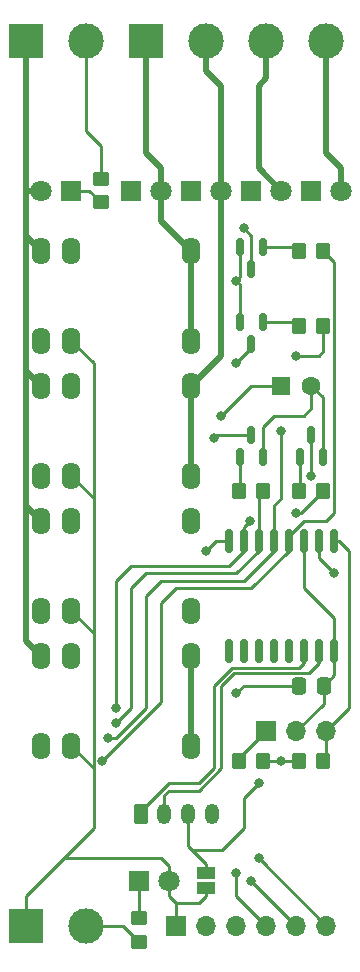
<source format=gbr>
%TF.GenerationSoftware,KiCad,Pcbnew,6.0.6*%
%TF.CreationDate,2022-09-30T13:38:31-04:00*%
%TF.ProjectId,hvac-r,68766163-2d72-42e6-9b69-6361645f7063,rev?*%
%TF.SameCoordinates,Original*%
%TF.FileFunction,Copper,L1,Top*%
%TF.FilePolarity,Positive*%
%FSLAX46Y46*%
G04 Gerber Fmt 4.6, Leading zero omitted, Abs format (unit mm)*
G04 Created by KiCad (PCBNEW 6.0.6) date 2022-09-30 13:38:31*
%MOMM*%
%LPD*%
G01*
G04 APERTURE LIST*
G04 Aperture macros list*
%AMRoundRect*
0 Rectangle with rounded corners*
0 $1 Rounding radius*
0 $2 $3 $4 $5 $6 $7 $8 $9 X,Y pos of 4 corners*
0 Add a 4 corners polygon primitive as box body*
4,1,4,$2,$3,$4,$5,$6,$7,$8,$9,$2,$3,0*
0 Add four circle primitives for the rounded corners*
1,1,$1+$1,$2,$3*
1,1,$1+$1,$4,$5*
1,1,$1+$1,$6,$7*
1,1,$1+$1,$8,$9*
0 Add four rect primitives between the rounded corners*
20,1,$1+$1,$2,$3,$4,$5,0*
20,1,$1+$1,$4,$5,$6,$7,0*
20,1,$1+$1,$6,$7,$8,$9,0*
20,1,$1+$1,$8,$9,$2,$3,0*%
G04 Aperture macros list end*
%TA.AperFunction,SMDPad,CuDef*%
%ADD10R,1.500000X1.000000*%
%TD*%
%TA.AperFunction,SMDPad,CuDef*%
%ADD11RoundRect,0.250000X-0.450000X0.350000X-0.450000X-0.350000X0.450000X-0.350000X0.450000X0.350000X0*%
%TD*%
%TA.AperFunction,ComponentPad*%
%ADD12R,1.800000X1.800000*%
%TD*%
%TA.AperFunction,ComponentPad*%
%ADD13C,1.800000*%
%TD*%
%TA.AperFunction,SMDPad,CuDef*%
%ADD14RoundRect,0.150000X-0.150000X0.875000X-0.150000X-0.875000X0.150000X-0.875000X0.150000X0.875000X0*%
%TD*%
%TA.AperFunction,SMDPad,CuDef*%
%ADD15RoundRect,0.250000X-0.350000X-0.450000X0.350000X-0.450000X0.350000X0.450000X-0.350000X0.450000X0*%
%TD*%
%TA.AperFunction,SMDPad,CuDef*%
%ADD16RoundRect,0.250000X0.350000X0.450000X-0.350000X0.450000X-0.350000X-0.450000X0.350000X-0.450000X0*%
%TD*%
%TA.AperFunction,SMDPad,CuDef*%
%ADD17RoundRect,0.150000X0.150000X-0.587500X0.150000X0.587500X-0.150000X0.587500X-0.150000X-0.587500X0*%
%TD*%
%TA.AperFunction,SMDPad,CuDef*%
%ADD18RoundRect,0.150000X-0.150000X0.587500X-0.150000X-0.587500X0.150000X-0.587500X0.150000X0.587500X0*%
%TD*%
%TA.AperFunction,ComponentPad*%
%ADD19O,1.600000X2.300000*%
%TD*%
%TA.AperFunction,ComponentPad*%
%ADD20R,1.700000X1.700000*%
%TD*%
%TA.AperFunction,ComponentPad*%
%ADD21O,1.700000X1.700000*%
%TD*%
%TA.AperFunction,ComponentPad*%
%ADD22RoundRect,0.250000X-0.350000X-0.625000X0.350000X-0.625000X0.350000X0.625000X-0.350000X0.625000X0*%
%TD*%
%TA.AperFunction,ComponentPad*%
%ADD23O,1.200000X1.750000*%
%TD*%
%TA.AperFunction,ComponentPad*%
%ADD24R,3.000000X3.000000*%
%TD*%
%TA.AperFunction,ComponentPad*%
%ADD25C,3.000000*%
%TD*%
%TA.AperFunction,SMDPad,CuDef*%
%ADD26RoundRect,0.250000X0.337500X0.475000X-0.337500X0.475000X-0.337500X-0.475000X0.337500X-0.475000X0*%
%TD*%
%TA.AperFunction,ComponentPad*%
%ADD27R,1.600000X1.600000*%
%TD*%
%TA.AperFunction,ComponentPad*%
%ADD28C,1.600000*%
%TD*%
%TA.AperFunction,ViaPad*%
%ADD29C,0.800000*%
%TD*%
%TA.AperFunction,Conductor*%
%ADD30C,0.254000*%
%TD*%
%TA.AperFunction,Conductor*%
%ADD31C,0.508000*%
%TD*%
G04 APERTURE END LIST*
D10*
%TO.P,JP2,1,A*%
%TO.N,VCC*%
X119380000Y-126350000D03*
%TO.P,JP2,2,B*%
%TO.N,+5V*%
X119380000Y-127650000D03*
%TD*%
D11*
%TO.P,R12,1*%
%TO.N,Net-(D6-Pad1)*%
X113665000Y-130175000D03*
%TO.P,R12,2*%
%TO.N,GND*%
X113665000Y-132175000D03*
%TD*%
D12*
%TO.P,D6,1,K*%
%TO.N,Net-(D6-Pad1)*%
X113660000Y-127000000D03*
D13*
%TO.P,D6,2,A*%
%TO.N,+5V*%
X116200000Y-127000000D03*
%TD*%
D11*
%TO.P,R11,1*%
%TO.N,/HVAC_C*%
X110490000Y-67580000D03*
%TO.P,R11,2*%
%TO.N,Net-(D5-Pad1)*%
X110490000Y-69580000D03*
%TD*%
D12*
%TO.P,D5,1,K*%
%TO.N,Net-(D5-Pad1)*%
X107950000Y-68580000D03*
D13*
%TO.P,D5,2,A*%
%TO.N,/HVAC_V*%
X105410000Y-68580000D03*
%TD*%
D14*
%TO.P,U1,1,A0*%
%TO.N,Net-(JP1-Pad3)*%
X130175000Y-98220000D03*
%TO.P,U1,2,A1*%
%TO.N,Net-(JP1-Pad1)*%
X128905000Y-98220000D03*
%TO.P,U1,3,A2*%
%TO.N,VCC*%
X127635000Y-98220000D03*
%TO.P,U1,4,P0*%
%TO.N,Net-(R1-Pad2)*%
X126365000Y-98220000D03*
%TO.P,U1,5,P1*%
%TO.N,Net-(R3-Pad2)*%
X125095000Y-98220000D03*
%TO.P,U1,6,P2*%
%TO.N,Net-(J5-Pad5)*%
X123825000Y-98220000D03*
%TO.P,U1,7,P3*%
%TO.N,Net-(J5-Pad6)*%
X122555000Y-98220000D03*
%TO.P,U1,8,GND*%
%TO.N,GND*%
X121285000Y-98220000D03*
%TO.P,U1,9,P4*%
%TO.N,unconnected-(U1-Pad9)*%
X121285000Y-107520000D03*
%TO.P,U1,10,P5*%
%TO.N,unconnected-(U1-Pad10)*%
X122555000Y-107520000D03*
%TO.P,U1,11,P6*%
%TO.N,unconnected-(U1-Pad11)*%
X123825000Y-107520000D03*
%TO.P,U1,12,P7*%
%TO.N,unconnected-(U1-Pad12)*%
X125095000Y-107520000D03*
%TO.P,U1,13,~{INT}*%
%TO.N,unconnected-(U1-Pad13)*%
X126365000Y-107520000D03*
%TO.P,U1,14,SCL*%
%TO.N,/SCL*%
X127635000Y-107520000D03*
%TO.P,U1,15,SDA*%
%TO.N,/SDA*%
X128905000Y-107520000D03*
%TO.P,U1,16,VDD*%
%TO.N,VCC*%
X130175000Y-107520000D03*
%TD*%
D15*
%TO.P,R10,1*%
%TO.N,Net-(JP1-Pad1)*%
X122190000Y-116840000D03*
%TO.P,R10,2*%
%TO.N,GND*%
X124190000Y-116840000D03*
%TD*%
D16*
%TO.P,R9,1*%
%TO.N,Net-(JP1-Pad3)*%
X129270000Y-116840000D03*
%TO.P,R9,2*%
%TO.N,GND*%
X127270000Y-116840000D03*
%TD*%
D15*
%TO.P,R7,1*%
%TO.N,Net-(Q4-Pad1)*%
X127270000Y-93980000D03*
%TO.P,R7,2*%
%TO.N,Net-(J5-Pad6)*%
X129270000Y-93980000D03*
%TD*%
%TO.P,R5,1*%
%TO.N,Net-(Q3-Pad1)*%
X122190000Y-93980000D03*
%TO.P,R5,2*%
%TO.N,Net-(J5-Pad5)*%
X124190000Y-93980000D03*
%TD*%
%TO.P,R3,1*%
%TO.N,Net-(Q2-Pad1)*%
X127270000Y-80010000D03*
%TO.P,R3,2*%
%TO.N,Net-(R3-Pad2)*%
X129270000Y-80010000D03*
%TD*%
%TO.P,R1,1*%
%TO.N,Net-(Q1-Pad1)*%
X127270000Y-73660000D03*
%TO.P,R1,2*%
%TO.N,Net-(R1-Pad2)*%
X129270000Y-73660000D03*
%TD*%
D17*
%TO.P,Q4,1,B*%
%TO.N,Net-(Q4-Pad1)*%
X127320000Y-91107500D03*
%TO.P,Q4,2,E*%
%TO.N,GND*%
X129220000Y-91107500D03*
%TO.P,Q4,3,C*%
%TO.N,Net-(K4-Pad5)*%
X128270000Y-89232500D03*
%TD*%
%TO.P,Q3,1,B*%
%TO.N,Net-(Q3-Pad1)*%
X122240000Y-91107500D03*
%TO.P,Q3,2,E*%
%TO.N,GND*%
X124140000Y-91107500D03*
%TO.P,Q3,3,C*%
%TO.N,Net-(K3-Pad5)*%
X123190000Y-89232500D03*
%TD*%
D18*
%TO.P,Q2,1,B*%
%TO.N,Net-(Q2-Pad1)*%
X124140000Y-79707500D03*
%TO.P,Q2,2,E*%
%TO.N,GND*%
X122240000Y-79707500D03*
%TO.P,Q2,3,C*%
%TO.N,Net-(K2-Pad5)*%
X123190000Y-81582500D03*
%TD*%
%TO.P,Q1,1,B*%
%TO.N,Net-(Q1-Pad1)*%
X124140000Y-73357500D03*
%TO.P,Q1,2,E*%
%TO.N,GND*%
X122240000Y-73357500D03*
%TO.P,Q1,3,C*%
%TO.N,Net-(K1-Pad5)*%
X123190000Y-75232500D03*
%TD*%
D19*
%TO.P,K4,1*%
%TO.N,/HVAC_4*%
X118110000Y-107950000D03*
%TO.P,K4,5*%
%TO.N,Net-(K4-Pad5)*%
X107950000Y-107950000D03*
%TO.P,K4,6*%
%TO.N,/HVAC_V*%
X105410000Y-107950000D03*
%TO.P,K4,7*%
%TO.N,unconnected-(K4-Pad7)*%
X105410000Y-115570000D03*
%TO.P,K4,8*%
%TO.N,+5V*%
X107950000Y-115570000D03*
%TO.P,K4,12*%
%TO.N,/HVAC_4*%
X118110000Y-115570000D03*
%TD*%
%TO.P,K3,1*%
%TO.N,/HVAC_3*%
X118110000Y-96520000D03*
%TO.P,K3,5*%
%TO.N,Net-(K3-Pad5)*%
X107950000Y-96520000D03*
%TO.P,K3,6*%
%TO.N,/HVAC_V*%
X105410000Y-96520000D03*
%TO.P,K3,7*%
%TO.N,unconnected-(K3-Pad7)*%
X105410000Y-104140000D03*
%TO.P,K3,8*%
%TO.N,+5V*%
X107950000Y-104140000D03*
%TO.P,K3,12*%
%TO.N,/HVAC_3*%
X118110000Y-104140000D03*
%TD*%
%TO.P,K2,1*%
%TO.N,/HVAC_2*%
X118110000Y-85090000D03*
%TO.P,K2,5*%
%TO.N,Net-(K2-Pad5)*%
X107950000Y-85090000D03*
%TO.P,K2,6*%
%TO.N,/HVAC_V*%
X105410000Y-85090000D03*
%TO.P,K2,7*%
%TO.N,unconnected-(K2-Pad7)*%
X105410000Y-92710000D03*
%TO.P,K2,8*%
%TO.N,+5V*%
X107950000Y-92710000D03*
%TO.P,K2,12*%
%TO.N,/HVAC_2*%
X118110000Y-92710000D03*
%TD*%
%TO.P,K1,1*%
%TO.N,/HVAC_1*%
X118110000Y-73660000D03*
%TO.P,K1,5*%
%TO.N,Net-(K1-Pad5)*%
X107950000Y-73660000D03*
%TO.P,K1,6*%
%TO.N,/HVAC_V*%
X105410000Y-73660000D03*
%TO.P,K1,7*%
%TO.N,unconnected-(K1-Pad7)*%
X105410000Y-81280000D03*
%TO.P,K1,8*%
%TO.N,+5V*%
X107950000Y-81280000D03*
%TO.P,K1,12*%
%TO.N,/HVAC_1*%
X118110000Y-81280000D03*
%TD*%
D20*
%TO.P,JP1,1,A*%
%TO.N,Net-(JP1-Pad1)*%
X124475000Y-114300000D03*
D21*
%TO.P,JP1,2,C*%
%TO.N,VCC*%
X127015000Y-114300000D03*
%TO.P,JP1,3,B*%
%TO.N,Net-(JP1-Pad3)*%
X129555000Y-114300000D03*
%TD*%
D20*
%TO.P,J5,1,Pin_1*%
%TO.N,+5V*%
X116840000Y-130810000D03*
D21*
%TO.P,J5,2,Pin_2*%
%TO.N,GND*%
X119380000Y-130810000D03*
%TO.P,J5,3,Pin_3*%
%TO.N,Net-(R1-Pad2)*%
X121920000Y-130810000D03*
%TO.P,J5,4,Pin_4*%
%TO.N,Net-(R3-Pad2)*%
X124460000Y-130810000D03*
%TO.P,J5,5,Pin_5*%
%TO.N,Net-(J5-Pad5)*%
X127000000Y-130810000D03*
%TO.P,J5,6,Pin_6*%
%TO.N,Net-(J5-Pad6)*%
X129540000Y-130810000D03*
%TD*%
D22*
%TO.P,J4,1,Pin_1*%
%TO.N,/SCL*%
X113840000Y-121370000D03*
D23*
%TO.P,J4,2,Pin_2*%
%TO.N,/SDA*%
X115840000Y-121370000D03*
%TO.P,J4,3,Pin_3*%
%TO.N,VCC*%
X117840000Y-121370000D03*
%TO.P,J4,4,Pin_4*%
%TO.N,GND*%
X119840000Y-121370000D03*
%TD*%
D24*
%TO.P,J3,1,Pin_1*%
%TO.N,/HVAC_1*%
X114300000Y-55880000D03*
D25*
%TO.P,J3,2,Pin_2*%
%TO.N,/HVAC_2*%
X119380000Y-55880000D03*
%TO.P,J3,3,Pin_3*%
%TO.N,/HVAC_3*%
X124460000Y-55880000D03*
%TO.P,J3,4,Pin_4*%
%TO.N,/HVAC_4*%
X129540000Y-55880000D03*
%TD*%
D24*
%TO.P,J2,1,Pin_1*%
%TO.N,/HVAC_V*%
X104140000Y-55880000D03*
D25*
%TO.P,J2,2,Pin_2*%
%TO.N,/HVAC_C*%
X109220000Y-55880000D03*
%TD*%
D24*
%TO.P,J1,1,Pin_1*%
%TO.N,+5V*%
X104140000Y-130810000D03*
D25*
%TO.P,J1,2,Pin_2*%
%TO.N,GND*%
X109220000Y-130810000D03*
%TD*%
D12*
%TO.P,D4,1,K*%
%TO.N,Net-(D4-Pad1)*%
X128270000Y-68580000D03*
D13*
%TO.P,D4,2,A*%
%TO.N,/HVAC_4*%
X130810000Y-68580000D03*
%TD*%
D12*
%TO.P,D3,1,K*%
%TO.N,Net-(D3-Pad1)*%
X123190000Y-68580000D03*
D13*
%TO.P,D3,2,A*%
%TO.N,/HVAC_3*%
X125730000Y-68580000D03*
%TD*%
D12*
%TO.P,D2,1,K*%
%TO.N,Net-(D2-Pad1)*%
X118110000Y-68580000D03*
D13*
%TO.P,D2,2,A*%
%TO.N,/HVAC_2*%
X120650000Y-68580000D03*
%TD*%
D12*
%TO.P,D1,1,K*%
%TO.N,Net-(D1-Pad1)*%
X113030000Y-68580000D03*
D13*
%TO.P,D1,2,A*%
%TO.N,/HVAC_1*%
X115570000Y-68580000D03*
%TD*%
D26*
%TO.P,C2,1*%
%TO.N,VCC*%
X129307500Y-110490000D03*
%TO.P,C2,2*%
%TO.N,GND*%
X127232500Y-110490000D03*
%TD*%
D27*
%TO.P,C1,1*%
%TO.N,+5V*%
X125730000Y-85090000D03*
D28*
%TO.P,C1,2*%
%TO.N,GND*%
X128230000Y-85090000D03*
%TD*%
D29*
%TO.N,GND*%
X119380000Y-99060000D03*
X121920000Y-111125000D03*
%TO.N,VCC*%
X123825000Y-118745000D03*
%TO.N,Net-(J5-Pad5)*%
X123190000Y-127000000D03*
%TO.N,Net-(R3-Pad2)*%
X121920000Y-126365000D03*
%TO.N,Net-(J5-Pad6)*%
X123825000Y-125095000D03*
%TO.N,Net-(R3-Pad2)*%
X125730000Y-88900000D03*
X127000000Y-82550000D03*
%TO.N,Net-(R1-Pad2)*%
X110581500Y-116840000D03*
%TO.N,Net-(R3-Pad2)*%
X111033500Y-114935000D03*
%TO.N,Net-(J5-Pad6)*%
X127000000Y-95885000D03*
X123098500Y-96520000D03*
%TO.N,Net-(J5-Pad5)*%
X111760000Y-113665000D03*
%TO.N,Net-(J5-Pad6)*%
X111760000Y-112395000D03*
%TO.N,Net-(JP1-Pad1)*%
X130175000Y-100965000D03*
%TO.N,GND*%
X125730000Y-116840000D03*
%TO.N,Net-(K4-Pad5)*%
X128270000Y-92710000D03*
%TO.N,Net-(K3-Pad5)*%
X120015000Y-89535000D03*
%TO.N,+5V*%
X120650000Y-87630000D03*
%TO.N,Net-(K2-Pad5)*%
X121920000Y-83185000D03*
%TO.N,Net-(K1-Pad5)*%
X122555000Y-71755000D03*
%TO.N,GND*%
X121920000Y-76200000D03*
%TD*%
D30*
%TO.N,GND*%
X120220000Y-98220000D02*
X119380000Y-99060000D01*
X121285000Y-98220000D02*
X120220000Y-98220000D01*
X122555000Y-110490000D02*
X121920000Y-111125000D01*
X124460000Y-110490000D02*
X122555000Y-110490000D01*
%TO.N,/SDA*%
X115840000Y-121370000D02*
X115840000Y-119745000D01*
X120650000Y-110497052D02*
X121709052Y-109438000D01*
X115840000Y-119745000D02*
X116205000Y-119380000D01*
X116205000Y-119380000D02*
X118745000Y-119380000D01*
X118745000Y-119380000D02*
X120650000Y-117475000D01*
X120650000Y-117475000D02*
X120650000Y-110497052D01*
X121709052Y-109438000D02*
X128052000Y-109438000D01*
X128052000Y-109438000D02*
X128905000Y-108585000D01*
X128905000Y-108585000D02*
X128905000Y-107520000D01*
%TO.N,/SCL*%
X127635000Y-107520000D02*
X127635000Y-108585000D01*
X127635000Y-108585000D02*
X127236000Y-108984000D01*
X127236000Y-108984000D02*
X121521000Y-108984000D01*
X121521000Y-108984000D02*
X120015000Y-110490000D01*
X120015000Y-110490000D02*
X120015000Y-111760000D01*
%TO.N,+5V*%
X116840000Y-128920000D02*
X118730000Y-128920000D01*
X118730000Y-128920000D02*
X119380000Y-128270000D01*
X119380000Y-128270000D02*
X119380000Y-127650000D01*
X116200000Y-127000000D02*
X116200000Y-128280000D01*
X116200000Y-128280000D02*
X116840000Y-128920000D01*
X116200000Y-125725000D02*
X115570000Y-125095000D01*
X116200000Y-127000000D02*
X116200000Y-125725000D01*
X109855000Y-122555000D02*
X107315000Y-125095000D01*
X107315000Y-125095000D02*
X104775000Y-127635000D01*
X115570000Y-125095000D02*
X107315000Y-125095000D01*
%TO.N,VCC*%
X122555000Y-122555000D02*
X122555000Y-120015000D01*
X118165000Y-124405000D02*
X120705000Y-124405000D01*
X119380000Y-125620000D02*
X118165000Y-124405000D01*
X120705000Y-124405000D02*
X122555000Y-122555000D01*
X122555000Y-120015000D02*
X123825000Y-118745000D01*
X118165000Y-124405000D02*
X117840000Y-124080000D01*
X119380000Y-126350000D02*
X119380000Y-125620000D01*
%TO.N,Net-(J5-Pad5)*%
X127000000Y-130810000D02*
X123190000Y-127000000D01*
%TO.N,Net-(R3-Pad2)*%
X121920000Y-126365000D02*
X121920000Y-128270000D01*
X121920000Y-128270000D02*
X124460000Y-130810000D01*
%TO.N,GND*%
X113665000Y-132175000D02*
X112300000Y-130810000D01*
X112300000Y-130810000D02*
X109220000Y-130810000D01*
%TO.N,Net-(D6-Pad1)*%
X113660000Y-127000000D02*
X113660000Y-130170000D01*
X113660000Y-130170000D02*
X113665000Y-130175000D01*
%TO.N,/HVAC_C*%
X110490000Y-64770000D02*
X109220000Y-63500000D01*
X110490000Y-67580000D02*
X110490000Y-64770000D01*
X109220000Y-63500000D02*
X109220000Y-55880000D01*
%TO.N,Net-(D5-Pad1)*%
X110490000Y-69580000D02*
X109490000Y-68580000D01*
X109490000Y-68580000D02*
X107950000Y-68580000D01*
D31*
%TO.N,/HVAC_V*%
X104140000Y-68580000D02*
X104140000Y-72390000D01*
X104140000Y-55880000D02*
X104140000Y-68580000D01*
X104140000Y-68580000D02*
X105410000Y-68580000D01*
D30*
%TO.N,VCC*%
X127635000Y-102235000D02*
X130175000Y-104775000D01*
X127635000Y-98220000D02*
X127635000Y-102235000D01*
X130175000Y-104775000D02*
X130175000Y-107520000D01*
%TO.N,Net-(JP1-Pad3)*%
X130175000Y-98220000D02*
X130605000Y-98220000D01*
X130605000Y-98220000D02*
X131445000Y-99060000D01*
X129555000Y-114300000D02*
X131445000Y-112410000D01*
X131445000Y-112410000D02*
X131445000Y-99060000D01*
%TO.N,Net-(R1-Pad2)*%
X127635000Y-96520000D02*
X129540000Y-96520000D01*
X126365000Y-98220000D02*
X126365000Y-97790000D01*
X126365000Y-97790000D02*
X127635000Y-96520000D01*
X129540000Y-96520000D02*
X130197000Y-95863000D01*
X130197000Y-95863000D02*
X130197000Y-74587000D01*
X130197000Y-74587000D02*
X129270000Y-73660000D01*
%TO.N,Net-(J5-Pad6)*%
X129540000Y-130810000D02*
X123825000Y-125095000D01*
%TO.N,Net-(R3-Pad2)*%
X127000000Y-82550000D02*
X128905000Y-82550000D01*
X125095000Y-95250000D02*
X125730000Y-94615000D01*
X125095000Y-98220000D02*
X125095000Y-95250000D01*
X125730000Y-94615000D02*
X125730000Y-88900000D01*
X129270000Y-82185000D02*
X129270000Y-80010000D01*
X128905000Y-82550000D02*
X129270000Y-82185000D01*
%TO.N,GND*%
X125095000Y-87630000D02*
X127617500Y-87630000D01*
X127617500Y-87630000D02*
X128230000Y-87017500D01*
X124140000Y-91107500D02*
X124140000Y-88585000D01*
X124140000Y-88585000D02*
X125095000Y-87630000D01*
%TO.N,Net-(R1-Pad2)*%
X115570000Y-111851500D02*
X115570000Y-103505000D01*
X110581500Y-116840000D02*
X115570000Y-111851500D01*
X123190000Y-102235000D02*
X116840000Y-102235000D01*
X115570000Y-103505000D02*
X116840000Y-102235000D01*
%TO.N,Net-(R3-Pad2)*%
X114300000Y-102870000D02*
X115570000Y-101600000D01*
X111760000Y-114935000D02*
X114300000Y-112395000D01*
X111033500Y-114935000D02*
X111760000Y-114935000D01*
X114300000Y-112395000D02*
X114300000Y-102870000D01*
%TO.N,Net-(R1-Pad2)*%
X126365000Y-99060000D02*
X123190000Y-102235000D01*
X126365000Y-98220000D02*
X126365000Y-99060000D01*
%TO.N,Net-(R3-Pad2)*%
X125095000Y-99060000D02*
X122555000Y-101600000D01*
X125095000Y-98220000D02*
X125095000Y-99060000D01*
X122555000Y-101600000D02*
X115570000Y-101600000D01*
%TO.N,Net-(J5-Pad5)*%
X114300000Y-100965000D02*
X113030000Y-102235000D01*
X123825000Y-99060000D02*
X121920000Y-100965000D01*
X121920000Y-100965000D02*
X114300000Y-100965000D01*
X123825000Y-98220000D02*
X123825000Y-99060000D01*
%TO.N,Net-(J5-Pad6)*%
X122555000Y-98220000D02*
X122555000Y-99060000D01*
X122555000Y-99060000D02*
X121285000Y-100330000D01*
X121285000Y-100330000D02*
X113030000Y-100330000D01*
X113030000Y-100330000D02*
X111760000Y-101600000D01*
X111760000Y-101600000D02*
X111760000Y-112395000D01*
X127000000Y-95885000D02*
X127365000Y-95885000D01*
X122555000Y-97063500D02*
X123098500Y-96520000D01*
X122555000Y-98220000D02*
X122555000Y-97063500D01*
X127365000Y-95885000D02*
X129270000Y-93980000D01*
%TO.N,Net-(J5-Pad5)*%
X123825000Y-98220000D02*
X123825000Y-94345000D01*
X123825000Y-94345000D02*
X124190000Y-93980000D01*
X113030000Y-112395000D02*
X113030000Y-102235000D01*
X111760000Y-113665000D02*
X113030000Y-112395000D01*
%TO.N,GND*%
X127232500Y-110490000D02*
X124460000Y-110490000D01*
%TO.N,Net-(JP1-Pad1)*%
X130175000Y-100965000D02*
X128905000Y-99695000D01*
X128905000Y-99695000D02*
X128905000Y-98220000D01*
%TO.N,/SCL*%
X116205000Y-118745000D02*
X116201474Y-118741474D01*
X120015000Y-111752948D02*
X120015000Y-117467948D01*
X116201474Y-118741474D02*
X113840000Y-121102948D01*
X120015000Y-117467948D02*
X118737948Y-118745000D01*
X118737948Y-118745000D02*
X116205000Y-118745000D01*
X113840000Y-121102948D02*
X113840000Y-121370000D01*
%TO.N,VCC*%
X117840000Y-121370000D02*
X117840000Y-124080000D01*
%TO.N,+5V*%
X116840000Y-130810000D02*
X116840000Y-128920000D01*
X104775000Y-127635000D02*
X104140000Y-128270000D01*
X104790000Y-127650000D02*
X104775000Y-127635000D01*
%TO.N,GND*%
X124190000Y-116840000D02*
X127270000Y-116840000D01*
%TO.N,Net-(JP1-Pad1)*%
X124475000Y-114300000D02*
X122190000Y-116585000D01*
X122190000Y-116585000D02*
X122190000Y-116840000D01*
%TO.N,Net-(JP1-Pad3)*%
X129555000Y-114300000D02*
X129555000Y-116555000D01*
X129555000Y-116555000D02*
X129270000Y-116840000D01*
%TO.N,VCC*%
X129307500Y-110490000D02*
X129307500Y-112007500D01*
X129307500Y-112007500D02*
X127015000Y-114300000D01*
X130175000Y-107520000D02*
X130175000Y-109622500D01*
X130175000Y-109622500D02*
X129307500Y-110490000D01*
%TO.N,Net-(Q4-Pad1)*%
X127320000Y-91107500D02*
X127320000Y-93930000D01*
X127320000Y-93930000D02*
X127270000Y-93980000D01*
%TO.N,Net-(Q3-Pad1)*%
X122240000Y-91107500D02*
X122240000Y-93930000D01*
X122240000Y-93930000D02*
X122190000Y-93980000D01*
%TO.N,GND*%
X128230000Y-87017500D02*
X128230000Y-85090000D01*
X129220000Y-91107500D02*
X129220000Y-86080000D01*
X129220000Y-86080000D02*
X128230000Y-85090000D01*
%TO.N,Net-(K4-Pad5)*%
X128270000Y-89232500D02*
X128270000Y-92710000D01*
%TO.N,Net-(K3-Pad5)*%
X120317500Y-89232500D02*
X120015000Y-89535000D01*
X123190000Y-89232500D02*
X120317500Y-89232500D01*
D31*
%TO.N,/HVAC_4*%
X118110000Y-107950000D02*
X118110000Y-115570000D01*
D30*
%TO.N,+5V*%
X125730000Y-85090000D02*
X123190000Y-85090000D01*
X123190000Y-85090000D02*
X120650000Y-87630000D01*
X109855000Y-83185000D02*
X109855000Y-94615000D01*
X109855000Y-94615000D02*
X109855000Y-106045000D01*
X107950000Y-92710000D02*
X109855000Y-94615000D01*
X109855000Y-106045000D02*
X109855000Y-117475000D01*
X107950000Y-104140000D02*
X109855000Y-106045000D01*
X107950000Y-115570000D02*
X109855000Y-117475000D01*
X109855000Y-117475000D02*
X109855000Y-122555000D01*
X107950000Y-81280000D02*
X109855000Y-83185000D01*
X104140000Y-128270000D02*
X104140000Y-130810000D01*
%TO.N,Net-(K2-Pad5)*%
X123190000Y-81915000D02*
X121920000Y-83185000D01*
X123190000Y-81582500D02*
X123190000Y-81915000D01*
%TO.N,Net-(K1-Pad5)*%
X123190000Y-72390000D02*
X122555000Y-71755000D01*
X123190000Y-75232500D02*
X123190000Y-72390000D01*
%TO.N,GND*%
X122240000Y-79707500D02*
X122240000Y-76520000D01*
X122240000Y-76520000D02*
X121920000Y-76200000D01*
X122240000Y-75880000D02*
X121920000Y-76200000D01*
X122240000Y-73357500D02*
X122240000Y-75880000D01*
%TO.N,Net-(Q2-Pad1)*%
X124140000Y-79707500D02*
X126967500Y-79707500D01*
X126967500Y-79707500D02*
X127270000Y-80010000D01*
%TO.N,Net-(Q1-Pad1)*%
X124140000Y-73357500D02*
X126967500Y-73357500D01*
X126967500Y-73357500D02*
X127270000Y-73660000D01*
D31*
%TO.N,/HVAC_4*%
X130810000Y-66675000D02*
X129540000Y-65405000D01*
X130810000Y-68580000D02*
X130810000Y-66675000D01*
X129540000Y-65405000D02*
X129540000Y-55880000D01*
%TO.N,/HVAC_3*%
X123825000Y-66675000D02*
X123825000Y-59690000D01*
X125730000Y-68580000D02*
X123825000Y-66675000D01*
X124460000Y-59055000D02*
X124460000Y-55880000D01*
X123825000Y-59690000D02*
X124460000Y-59055000D01*
%TO.N,/HVAC_2*%
X120650000Y-59690000D02*
X119380000Y-58420000D01*
X120650000Y-68580000D02*
X120650000Y-59690000D01*
X119380000Y-58420000D02*
X119380000Y-55880000D01*
%TO.N,/HVAC_1*%
X115570000Y-66675000D02*
X114300000Y-65405000D01*
X115570000Y-68580000D02*
X115570000Y-66675000D01*
X114300000Y-65405000D02*
X114300000Y-55880000D01*
%TO.N,/HVAC_2*%
X118110000Y-85090000D02*
X120650000Y-82550000D01*
X120650000Y-82550000D02*
X120650000Y-68580000D01*
X118110000Y-92710000D02*
X118110000Y-85090000D01*
%TO.N,/HVAC_1*%
X115570000Y-68580000D02*
X115570000Y-71120000D01*
X115570000Y-71120000D02*
X118110000Y-73660000D01*
X118110000Y-81280000D02*
X118110000Y-73660000D01*
%TO.N,/HVAC_V*%
X104140000Y-95250000D02*
X104140000Y-106680000D01*
X104140000Y-106680000D02*
X105410000Y-107950000D01*
X104140000Y-83820000D02*
X104140000Y-95250000D01*
X104140000Y-95250000D02*
X105410000Y-96520000D01*
X104140000Y-72390000D02*
X104140000Y-83820000D01*
X104140000Y-83820000D02*
X105410000Y-85090000D01*
X104140000Y-72390000D02*
X105410000Y-73660000D01*
%TD*%
M02*

</source>
